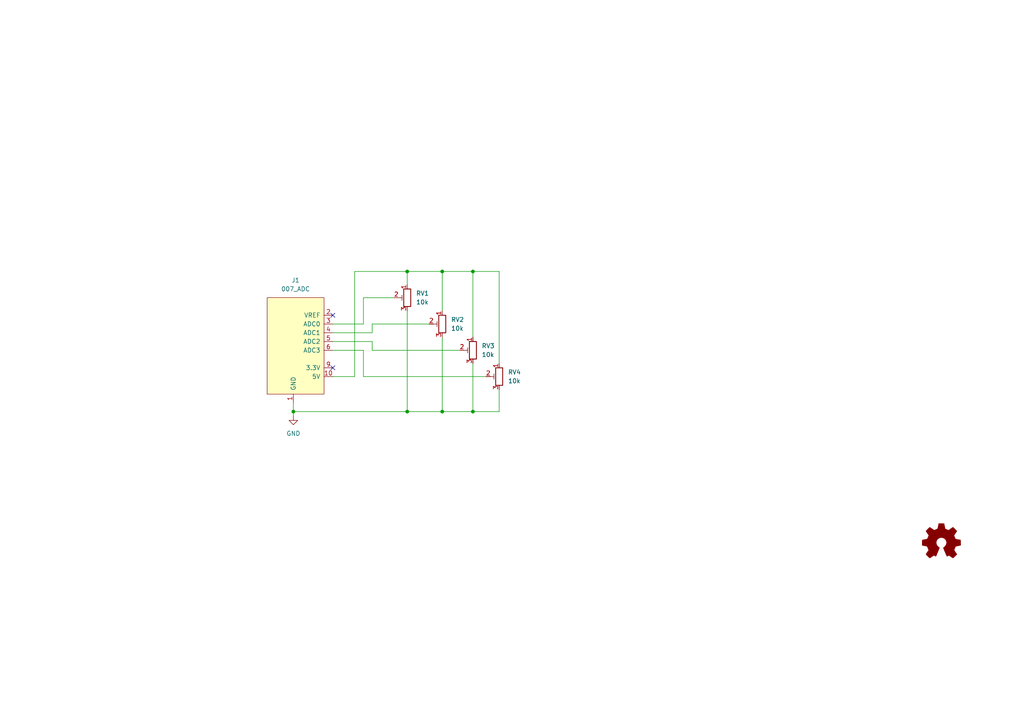
<source format=kicad_sch>
(kicad_sch (version 20230121) (generator eeschema)

  (uuid 57732dd3-1162-4c3f-88bd-31bf473d124d)

  (paper "A4")

  (lib_symbols
    (symbol "Device:R_Potentiometer_Trim" (pin_names (offset 1.016) hide) (in_bom yes) (on_board yes)
      (property "Reference" "RV" (at -4.445 0 90)
        (effects (font (size 1.27 1.27)))
      )
      (property "Value" "R_Potentiometer_Trim" (at -2.54 0 90)
        (effects (font (size 1.27 1.27)))
      )
      (property "Footprint" "" (at 0 0 0)
        (effects (font (size 1.27 1.27)) hide)
      )
      (property "Datasheet" "~" (at 0 0 0)
        (effects (font (size 1.27 1.27)) hide)
      )
      (property "ki_keywords" "resistor variable trimpot trimmer" (at 0 0 0)
        (effects (font (size 1.27 1.27)) hide)
      )
      (property "ki_description" "Trim-potentiometer" (at 0 0 0)
        (effects (font (size 1.27 1.27)) hide)
      )
      (property "ki_fp_filters" "Potentiometer*" (at 0 0 0)
        (effects (font (size 1.27 1.27)) hide)
      )
      (symbol "R_Potentiometer_Trim_0_1"
        (polyline
          (pts
            (xy 1.524 0.762)
            (xy 1.524 -0.762)
          )
          (stroke (width 0) (type default))
          (fill (type none))
        )
        (polyline
          (pts
            (xy 2.54 0)
            (xy 1.524 0)
          )
          (stroke (width 0) (type default))
          (fill (type none))
        )
        (rectangle (start 1.016 2.54) (end -1.016 -2.54)
          (stroke (width 0.254) (type default))
          (fill (type none))
        )
      )
      (symbol "R_Potentiometer_Trim_1_1"
        (pin passive line (at 0 3.81 270) (length 1.27)
          (name "1" (effects (font (size 1.27 1.27))))
          (number "1" (effects (font (size 1.27 1.27))))
        )
        (pin passive line (at 3.81 0 180) (length 1.27)
          (name "2" (effects (font (size 1.27 1.27))))
          (number "2" (effects (font (size 1.27 1.27))))
        )
        (pin passive line (at 0 -3.81 90) (length 1.27)
          (name "3" (effects (font (size 1.27 1.27))))
          (number "3" (effects (font (size 1.27 1.27))))
        )
      )
    )
    (symbol "Graphic:Logo_Open_Hardware_Small" (in_bom no) (on_board no)
      (property "Reference" "#SYM" (at 0 6.985 0)
        (effects (font (size 1.27 1.27)) hide)
      )
      (property "Value" "Logo_Open_Hardware_Small" (at 0 -5.715 0)
        (effects (font (size 1.27 1.27)) hide)
      )
      (property "Footprint" "" (at 0 0 0)
        (effects (font (size 1.27 1.27)) hide)
      )
      (property "Datasheet" "~" (at 0 0 0)
        (effects (font (size 1.27 1.27)) hide)
      )
      (property "Sim.Enable" "0" (at 0 0 0)
        (effects (font (size 1.27 1.27)) hide)
      )
      (property "ki_keywords" "Logo" (at 0 0 0)
        (effects (font (size 1.27 1.27)) hide)
      )
      (property "ki_description" "Open Hardware logo, small" (at 0 0 0)
        (effects (font (size 1.27 1.27)) hide)
      )
      (symbol "Logo_Open_Hardware_Small_0_1"
        (polyline
          (pts
            (xy 3.3528 -4.3434)
            (xy 3.302 -4.318)
            (xy 3.175 -4.2418)
            (xy 2.9972 -4.1148)
            (xy 2.7686 -3.9624)
            (xy 2.54 -3.81)
            (xy 2.3622 -3.7084)
            (xy 2.2352 -3.6068)
            (xy 2.1844 -3.5814)
            (xy 2.159 -3.6068)
            (xy 2.0574 -3.6576)
            (xy 1.905 -3.7338)
            (xy 1.8034 -3.7846)
            (xy 1.6764 -3.8354)
            (xy 1.6002 -3.8354)
            (xy 1.6002 -3.8354)
            (xy 1.5494 -3.7338)
            (xy 1.4732 -3.5306)
            (xy 1.3462 -3.302)
            (xy 1.2446 -3.0226)
            (xy 1.1176 -2.7178)
            (xy 0.9652 -2.413)
            (xy 0.8636 -2.1082)
            (xy 0.7366 -1.8288)
            (xy 0.6604 -1.6256)
            (xy 0.6096 -1.4732)
            (xy 0.5842 -1.397)
            (xy 0.5842 -1.397)
            (xy 0.6604 -1.3208)
            (xy 0.7874 -1.2446)
            (xy 1.0414 -1.016)
            (xy 1.2954 -0.6858)
            (xy 1.4478 -0.3302)
            (xy 1.524 0.0762)
            (xy 1.4732 0.4572)
            (xy 1.3208 0.8128)
            (xy 1.0668 1.143)
            (xy 0.762 1.3716)
            (xy 0.4064 1.524)
            (xy 0 1.5748)
            (xy -0.381 1.5494)
            (xy -0.7366 1.397)
            (xy -1.0668 1.143)
            (xy -1.2192 0.9906)
            (xy -1.397 0.6604)
            (xy -1.524 0.3048)
            (xy -1.524 0.2286)
            (xy -1.4986 -0.1778)
            (xy -1.397 -0.5334)
            (xy -1.1938 -0.8636)
            (xy -0.9144 -1.143)
            (xy -0.8636 -1.1684)
            (xy -0.7366 -1.27)
            (xy -0.635 -1.3462)
            (xy -0.5842 -1.397)
            (xy -1.0668 -2.5908)
            (xy -1.143 -2.794)
            (xy -1.2954 -3.1242)
            (xy -1.397 -3.4036)
            (xy -1.4986 -3.6322)
            (xy -1.5748 -3.7846)
            (xy -1.6002 -3.8354)
            (xy -1.6002 -3.8354)
            (xy -1.651 -3.8354)
            (xy -1.7272 -3.81)
            (xy -1.905 -3.7338)
            (xy -2.0066 -3.683)
            (xy -2.1336 -3.6068)
            (xy -2.2098 -3.5814)
            (xy -2.2606 -3.6068)
            (xy -2.3622 -3.683)
            (xy -2.54 -3.81)
            (xy -2.7686 -3.9624)
            (xy -2.9718 -4.0894)
            (xy -3.1496 -4.2164)
            (xy -3.302 -4.318)
            (xy -3.3528 -4.3434)
            (xy -3.3782 -4.3434)
            (xy -3.429 -4.318)
            (xy -3.5306 -4.2164)
            (xy -3.7084 -4.064)
            (xy -3.937 -3.8354)
            (xy -3.9624 -3.81)
            (xy -4.1656 -3.6068)
            (xy -4.318 -3.4544)
            (xy -4.4196 -3.3274)
            (xy -4.445 -3.2766)
            (xy -4.445 -3.2766)
            (xy -4.4196 -3.2258)
            (xy -4.318 -3.0734)
            (xy -4.2164 -2.8956)
            (xy -4.064 -2.667)
            (xy -3.6576 -2.0828)
            (xy -3.8862 -1.5494)
            (xy -3.937 -1.3716)
            (xy -4.0386 -1.1684)
            (xy -4.0894 -1.0414)
            (xy -4.1148 -0.9652)
            (xy -4.191 -0.9398)
            (xy -4.318 -0.9144)
            (xy -4.5466 -0.8636)
            (xy -4.8006 -0.8128)
            (xy -5.0546 -0.7874)
            (xy -5.2578 -0.7366)
            (xy -5.4356 -0.7112)
            (xy -5.5118 -0.6858)
            (xy -5.5118 -0.6858)
            (xy -5.5372 -0.635)
            (xy -5.5372 -0.5588)
            (xy -5.5372 -0.4318)
            (xy -5.5626 -0.2286)
            (xy -5.5626 0.0762)
            (xy -5.5626 0.127)
            (xy -5.5372 0.4064)
            (xy -5.5372 0.635)
            (xy -5.5372 0.762)
            (xy -5.5372 0.8382)
            (xy -5.5372 0.8382)
            (xy -5.461 0.8382)
            (xy -5.3086 0.889)
            (xy -5.08 0.9144)
            (xy -4.826 0.9652)
            (xy -4.8006 0.9906)
            (xy -4.5466 1.0414)
            (xy -4.318 1.0668)
            (xy -4.1656 1.1176)
            (xy -4.0894 1.143)
            (xy -4.0894 1.143)
            (xy -4.0386 1.2446)
            (xy -3.9624 1.4224)
            (xy -3.8608 1.6256)
            (xy -3.7846 1.8288)
            (xy -3.7084 2.0066)
            (xy -3.6576 2.159)
            (xy -3.6322 2.2098)
            (xy -3.6322 2.2098)
            (xy -3.683 2.286)
            (xy -3.7592 2.413)
            (xy -3.8862 2.5908)
            (xy -4.064 2.8194)
            (xy -4.064 2.8448)
            (xy -4.2164 3.0734)
            (xy -4.3434 3.2512)
            (xy -4.4196 3.3782)
            (xy -4.445 3.4544)
            (xy -4.445 3.4544)
            (xy -4.3942 3.5052)
            (xy -4.2926 3.6322)
            (xy -4.1148 3.81)
            (xy -3.937 4.0132)
            (xy -3.8608 4.064)
            (xy -3.6576 4.2926)
            (xy -3.5052 4.4196)
            (xy -3.4036 4.4958)
            (xy -3.3528 4.5212)
            (xy -3.3528 4.5212)
            (xy -3.302 4.4704)
            (xy -3.1496 4.3688)
            (xy -2.9718 4.2418)
            (xy -2.7432 4.0894)
            (xy -2.7178 4.0894)
            (xy -2.4892 3.937)
            (xy -2.3114 3.81)
            (xy -2.1844 3.7084)
            (xy -2.1336 3.683)
            (xy -2.1082 3.683)
            (xy -2.032 3.7084)
            (xy -1.8542 3.7592)
            (xy -1.6764 3.8354)
            (xy -1.4732 3.937)
            (xy -1.27 4.0132)
            (xy -1.143 4.064)
            (xy -1.0668 4.1148)
            (xy -1.0668 4.1148)
            (xy -1.0414 4.191)
            (xy -1.016 4.3434)
            (xy -0.9652 4.572)
            (xy -0.9144 4.8514)
            (xy -0.889 4.9022)
            (xy -0.8382 5.1562)
            (xy -0.8128 5.3848)
            (xy -0.7874 5.5372)
            (xy -0.762 5.588)
            (xy -0.7112 5.6134)
            (xy -0.5842 5.6134)
            (xy -0.4064 5.6134)
            (xy -0.1524 5.6134)
            (xy 0.0762 5.6134)
            (xy 0.3302 5.6134)
            (xy 0.5334 5.6134)
            (xy 0.6858 5.588)
            (xy 0.7366 5.588)
            (xy 0.7366 5.588)
            (xy 0.762 5.5118)
            (xy 0.8128 5.334)
            (xy 0.8382 5.1054)
            (xy 0.9144 4.826)
            (xy 0.9144 4.7752)
            (xy 0.9652 4.5212)
            (xy 1.016 4.2926)
            (xy 1.0414 4.1402)
            (xy 1.0668 4.0894)
            (xy 1.0668 4.0894)
            (xy 1.1938 4.0386)
            (xy 1.3716 3.9624)
            (xy 1.5748 3.8608)
            (xy 2.0828 3.6576)
            (xy 2.7178 4.0894)
            (xy 2.7686 4.1402)
            (xy 2.9972 4.2926)
            (xy 3.175 4.4196)
            (xy 3.302 4.4958)
            (xy 3.3782 4.5212)
            (xy 3.3782 4.5212)
            (xy 3.429 4.4704)
            (xy 3.556 4.3434)
            (xy 3.7338 4.191)
            (xy 3.9116 3.9878)
            (xy 4.064 3.8354)
            (xy 4.2418 3.6576)
            (xy 4.3434 3.556)
            (xy 4.4196 3.4798)
            (xy 4.4196 3.429)
            (xy 4.4196 3.4036)
            (xy 4.3942 3.3274)
            (xy 4.2926 3.2004)
            (xy 4.1656 2.9972)
            (xy 4.0132 2.794)
            (xy 3.8862 2.5908)
            (xy 3.7592 2.3876)
            (xy 3.6576 2.2352)
            (xy 3.6322 2.159)
            (xy 3.6322 2.1336)
            (xy 3.683 2.0066)
            (xy 3.7592 1.8288)
            (xy 3.8608 1.6002)
            (xy 4.064 1.1176)
            (xy 4.3942 1.0414)
            (xy 4.5974 1.016)
            (xy 4.8768 0.9652)
            (xy 5.1308 0.9144)
            (xy 5.5372 0.8382)
            (xy 5.5626 -0.6604)
            (xy 5.4864 -0.6858)
            (xy 5.4356 -0.6858)
            (xy 5.2832 -0.7366)
            (xy 5.0546 -0.762)
            (xy 4.8006 -0.8128)
            (xy 4.5974 -0.8636)
            (xy 4.3688 -0.9144)
            (xy 4.2164 -0.9398)
            (xy 4.1402 -0.9398)
            (xy 4.1148 -0.9652)
            (xy 4.064 -1.0668)
            (xy 3.9878 -1.2446)
            (xy 3.9116 -1.4478)
            (xy 3.81 -1.651)
            (xy 3.7338 -1.8542)
            (xy 3.683 -2.0066)
            (xy 3.6576 -2.0828)
            (xy 3.683 -2.1336)
            (xy 3.7846 -2.2606)
            (xy 3.8862 -2.4638)
            (xy 4.0386 -2.667)
            (xy 4.191 -2.8956)
            (xy 4.318 -3.0734)
            (xy 4.3942 -3.2004)
            (xy 4.445 -3.2766)
            (xy 4.4196 -3.3274)
            (xy 4.3434 -3.429)
            (xy 4.1656 -3.5814)
            (xy 3.937 -3.8354)
            (xy 3.8862 -3.8608)
            (xy 3.683 -4.064)
            (xy 3.5306 -4.2164)
            (xy 3.4036 -4.318)
            (xy 3.3528 -4.3434)
          )
          (stroke (width 0) (type default))
          (fill (type outline))
        )
      )
    )
    (symbol "power:GND" (power) (pin_names (offset 0)) (in_bom yes) (on_board yes)
      (property "Reference" "#PWR" (at 0 -6.35 0)
        (effects (font (size 1.27 1.27)) hide)
      )
      (property "Value" "GND" (at 0 -3.81 0)
        (effects (font (size 1.27 1.27)))
      )
      (property "Footprint" "" (at 0 0 0)
        (effects (font (size 1.27 1.27)) hide)
      )
      (property "Datasheet" "" (at 0 0 0)
        (effects (font (size 1.27 1.27)) hide)
      )
      (property "ki_keywords" "global power" (at 0 0 0)
        (effects (font (size 1.27 1.27)) hide)
      )
      (property "ki_description" "Power symbol creates a global label with name \"GND\" , ground" (at 0 0 0)
        (effects (font (size 1.27 1.27)) hide)
      )
      (symbol "GND_0_1"
        (polyline
          (pts
            (xy 0 0)
            (xy 0 -1.27)
            (xy 1.27 -1.27)
            (xy 0 -2.54)
            (xy -1.27 -1.27)
            (xy 0 -1.27)
          )
          (stroke (width 0) (type default))
          (fill (type none))
        )
      )
      (symbol "GND_1_1"
        (pin power_in line (at 0 0 270) (length 0) hide
          (name "GND" (effects (font (size 1.27 1.27))))
          (number "1" (effects (font (size 1.27 1.27))))
        )
      )
    )
    (symbol "put_on_edge:007_ADC" (pin_names (offset 1.016)) (in_bom yes) (on_board yes)
      (property "Reference" "J" (at -2.54 13.97 0)
        (effects (font (size 1.27 1.27)))
      )
      (property "Value" "007_ADC" (at 8.89 13.97 0)
        (effects (font (size 1.27 1.27)))
      )
      (property "Footprint" "" (at 7.62 16.51 0)
        (effects (font (size 1.27 1.27)) hide)
      )
      (property "Datasheet" "" (at 7.62 16.51 0)
        (effects (font (size 1.27 1.27)) hide)
      )
      (symbol "007_ADC_0_1"
        (rectangle (start -8.89 12.7) (end 7.62 -15.24)
          (stroke (width 0) (type default))
          (fill (type background))
        )
      )
      (symbol "007_ADC_1_1"
        (pin power_in line (at 0 -17.78 90) (length 2.54)
          (name "GND" (effects (font (size 1.27 1.27))))
          (number "1" (effects (font (size 1.27 1.27))))
        )
        (pin bidirectional line (at -11.43 -10.16 0) (length 2.54)
          (name "5V" (effects (font (size 1.27 1.27))))
          (number "10" (effects (font (size 1.27 1.27))))
        )
        (pin bidirectional line (at -11.43 7.62 0) (length 2.54)
          (name "VREF" (effects (font (size 1.27 1.27))))
          (number "2" (effects (font (size 1.27 1.27))))
        )
        (pin power_in line (at -11.43 5.08 0) (length 2.54)
          (name "ADC0" (effects (font (size 1.27 1.27))))
          (number "3" (effects (font (size 1.27 1.27))))
        )
        (pin bidirectional line (at -11.43 2.54 0) (length 2.54)
          (name "ADC1" (effects (font (size 1.27 1.27))))
          (number "4" (effects (font (size 1.27 1.27))))
        )
        (pin bidirectional line (at -11.43 0 0) (length 2.54)
          (name "ADC2" (effects (font (size 1.27 1.27))))
          (number "5" (effects (font (size 1.27 1.27))))
        )
        (pin bidirectional line (at -11.43 -2.54 0) (length 2.54)
          (name "ADC3" (effects (font (size 1.27 1.27))))
          (number "6" (effects (font (size 1.27 1.27))))
        )
        (pin bidirectional line (at -11.43 -7.62 0) (length 2.54)
          (name "3.3V" (effects (font (size 1.27 1.27))))
          (number "9" (effects (font (size 1.27 1.27))))
        )
      )
    )
  )

  (junction (at 137.16 119.38) (diameter 0) (color 0 0 0 0)
    (uuid 2899c83b-245d-407c-8e71-2bf5d748fc0c)
  )
  (junction (at 137.16 78.74) (diameter 0) (color 0 0 0 0)
    (uuid 3a3ceea7-2171-4d05-b850-9c3e6a088f40)
  )
  (junction (at 118.11 119.38) (diameter 0) (color 0 0 0 0)
    (uuid 8def76b3-12b0-4280-a398-1ddc3e065c67)
  )
  (junction (at 128.27 119.38) (diameter 0) (color 0 0 0 0)
    (uuid a316e536-2170-45a9-964c-4a9be880c28e)
  )
  (junction (at 128.27 78.74) (diameter 0) (color 0 0 0 0)
    (uuid b862652c-1d6f-48f0-9cac-9f056667e87f)
  )
  (junction (at 85.09 119.38) (diameter 0) (color 0 0 0 0)
    (uuid e6ca484c-43dd-439a-bd59-733f7cd3b44c)
  )
  (junction (at 118.11 78.74) (diameter 0) (color 0 0 0 0)
    (uuid f302b2c6-4b32-4366-8b67-a8f09741a636)
  )

  (no_connect (at 96.52 91.44) (uuid 62941bbb-509b-4b46-ae19-70aff81a3db6))
  (no_connect (at 96.52 106.68) (uuid cfd6ebfc-6a8c-447f-8ea5-c02318eb0364))

  (wire (pts (xy 107.95 96.52) (xy 107.95 93.98))
    (stroke (width 0) (type default))
    (uuid 0404c352-f86a-4420-8997-43ca81b69960)
  )
  (wire (pts (xy 96.52 96.52) (xy 107.95 96.52))
    (stroke (width 0) (type default))
    (uuid 10ebccf4-35d2-4bac-b86b-8b426e5b1d02)
  )
  (wire (pts (xy 137.16 78.74) (xy 144.78 78.74))
    (stroke (width 0) (type default))
    (uuid 14f66855-1775-4e7a-b5ca-7211a539b44d)
  )
  (wire (pts (xy 128.27 78.74) (xy 128.27 90.17))
    (stroke (width 0) (type default))
    (uuid 21644785-fd20-41e3-bc31-9653260a0f69)
  )
  (wire (pts (xy 144.78 119.38) (xy 144.78 113.03))
    (stroke (width 0) (type default))
    (uuid 43659b37-ce80-41b8-b017-b67e76d93238)
  )
  (wire (pts (xy 137.16 105.41) (xy 137.16 119.38))
    (stroke (width 0) (type default))
    (uuid 4810fb53-0517-4720-bd91-0938e0a86068)
  )
  (wire (pts (xy 118.11 119.38) (xy 128.27 119.38))
    (stroke (width 0) (type default))
    (uuid 4b839543-0d23-429c-bdd2-055ead3047d6)
  )
  (wire (pts (xy 85.09 119.38) (xy 118.11 119.38))
    (stroke (width 0) (type default))
    (uuid 4ff00022-5bfa-4ed8-81ed-df773a16ead1)
  )
  (wire (pts (xy 105.41 109.22) (xy 140.97 109.22))
    (stroke (width 0) (type default))
    (uuid 52bfdfdb-bd42-4c0c-af7d-4d284805370c)
  )
  (wire (pts (xy 105.41 101.6) (xy 105.41 109.22))
    (stroke (width 0) (type default))
    (uuid 58a19c76-64d1-400c-abb9-261911fd6f1f)
  )
  (wire (pts (xy 105.41 86.36) (xy 114.3 86.36))
    (stroke (width 0) (type default))
    (uuid 5c129c1f-2fb9-46ba-8805-95b8f29fd989)
  )
  (wire (pts (xy 96.52 93.98) (xy 105.41 93.98))
    (stroke (width 0) (type default))
    (uuid 604265a9-0044-4f71-8a56-41c3d16350cb)
  )
  (wire (pts (xy 105.41 93.98) (xy 105.41 86.36))
    (stroke (width 0) (type default))
    (uuid 615fd4a6-b5ec-401d-beb4-48d2c67fc7e3)
  )
  (wire (pts (xy 102.87 78.74) (xy 102.87 109.22))
    (stroke (width 0) (type default))
    (uuid 6435e71b-4cd2-43a1-8b78-01a42ac0533b)
  )
  (wire (pts (xy 96.52 99.06) (xy 107.95 99.06))
    (stroke (width 0) (type default))
    (uuid 7009937b-5aa6-4ca9-8295-ebe0c0c9eb62)
  )
  (wire (pts (xy 137.16 119.38) (xy 144.78 119.38))
    (stroke (width 0) (type default))
    (uuid 78d9d043-fac2-4b09-be38-748d258f9d24)
  )
  (wire (pts (xy 118.11 78.74) (xy 118.11 82.55))
    (stroke (width 0) (type default))
    (uuid 7e4ce88a-a871-4e8e-bbee-6186ce34b1ab)
  )
  (wire (pts (xy 96.52 101.6) (xy 105.41 101.6))
    (stroke (width 0) (type default))
    (uuid 8cca63d1-6648-40ff-8fbd-ab05a4c4cb76)
  )
  (wire (pts (xy 137.16 78.74) (xy 137.16 97.79))
    (stroke (width 0) (type default))
    (uuid 8f42cd58-dd04-4521-99b9-18c589fb0f57)
  )
  (wire (pts (xy 128.27 78.74) (xy 137.16 78.74))
    (stroke (width 0) (type default))
    (uuid 9dc60888-f80f-4161-a350-3ea4fa8382fc)
  )
  (wire (pts (xy 118.11 78.74) (xy 128.27 78.74))
    (stroke (width 0) (type default))
    (uuid a0f4795f-de89-4cd1-b924-008dd3a93187)
  )
  (wire (pts (xy 107.95 93.98) (xy 124.46 93.98))
    (stroke (width 0) (type default))
    (uuid a351edaf-d85b-42be-9b1f-b83739198f34)
  )
  (wire (pts (xy 96.52 109.22) (xy 102.87 109.22))
    (stroke (width 0) (type default))
    (uuid ade446f5-3a5e-4c50-a013-4e62a6c108ce)
  )
  (wire (pts (xy 107.95 99.06) (xy 107.95 101.6))
    (stroke (width 0) (type default))
    (uuid b5183aa5-0fd1-4fd4-94c9-04d7940b5a27)
  )
  (wire (pts (xy 85.09 119.38) (xy 85.09 120.65))
    (stroke (width 0) (type default))
    (uuid b7bf746c-6d0f-495f-80d3-0d4f62ed365d)
  )
  (wire (pts (xy 107.95 101.6) (xy 133.35 101.6))
    (stroke (width 0) (type default))
    (uuid be640a2d-eb7a-4732-adae-b9a2b519b0a1)
  )
  (wire (pts (xy 102.87 78.74) (xy 118.11 78.74))
    (stroke (width 0) (type default))
    (uuid d0050599-8a00-4a72-a997-7ae5a884c405)
  )
  (wire (pts (xy 85.09 116.84) (xy 85.09 119.38))
    (stroke (width 0) (type default))
    (uuid d89e8688-f023-4b6c-9958-92676606583d)
  )
  (wire (pts (xy 144.78 78.74) (xy 144.78 105.41))
    (stroke (width 0) (type default))
    (uuid e49e2bcb-2c71-4511-95d0-d958009f0d4e)
  )
  (wire (pts (xy 128.27 119.38) (xy 137.16 119.38))
    (stroke (width 0) (type default))
    (uuid f39cde5f-a3d8-4318-8a97-f3e58a86b070)
  )
  (wire (pts (xy 128.27 97.79) (xy 128.27 119.38))
    (stroke (width 0) (type default))
    (uuid fb4ca443-1217-4554-a98d-02d10aab7b50)
  )
  (wire (pts (xy 118.11 90.17) (xy 118.11 119.38))
    (stroke (width 0) (type default))
    (uuid ff87db7f-f08b-4996-9c40-547edb58a226)
  )

  (symbol (lib_id "Device:R_Potentiometer_Trim") (at 144.78 109.22 0) (mirror y) (unit 1)
    (in_bom yes) (on_board yes) (dnp no) (fields_autoplaced)
    (uuid 80c7ea27-debb-4f83-b06f-d384021be101)
    (property "Reference" "RV4" (at 147.32 107.95 0)
      (effects (font (size 1.27 1.27)) (justify right))
    )
    (property "Value" "10k" (at 147.32 110.49 0)
      (effects (font (size 1.27 1.27)) (justify right))
    )
    (property "Footprint" "Potentiometer_SMD:Potentiometer_Bourns_TC33X_Vertical" (at 144.78 109.22 0)
      (effects (font (size 1.27 1.27)) hide)
    )
    (property "Datasheet" "~" (at 144.78 109.22 0)
      (effects (font (size 1.27 1.27)) hide)
    )
    (property "lcsc" "C719176" (at 144.78 109.22 0)
      (effects (font (size 1.27 1.27)) hide)
    )
    (pin "1" (uuid 12277999-4c14-4883-b058-80eb8e1d374d))
    (pin "2" (uuid b833f5ee-bd2b-46b1-9187-0d44bfc77241))
    (pin "3" (uuid b0bccfca-f691-4f56-8585-5e15fef779de))
    (instances
      (project "board"
        (path "/57732dd3-1162-4c3f-88bd-31bf473d124d"
          (reference "RV4") (unit 1)
        )
      )
    )
  )

  (symbol (lib_id "put_on_edge:007_ADC") (at 85.09 99.06 0) (mirror y) (unit 1)
    (in_bom yes) (on_board yes) (dnp no) (fields_autoplaced)
    (uuid a304aff1-a46d-4519-b2aa-4e404f3adde3)
    (property "Reference" "J1" (at 85.725 81.28 0)
      (effects (font (size 1.27 1.27)))
    )
    (property "Value" "007_ADC" (at 85.725 83.82 0)
      (effects (font (size 1.27 1.27)))
    )
    (property "Footprint" "on_edge:on_edge_2x05_device" (at 77.47 82.55 0)
      (effects (font (size 1.27 1.27)) hide)
    )
    (property "Datasheet" "" (at 77.47 82.55 0)
      (effects (font (size 1.27 1.27)) hide)
    )
    (pin "6" (uuid 85410d80-9201-4ba5-9e30-033067c9890f))
    (pin "1" (uuid ea36d0be-f999-43f8-9734-063f1a51cf77))
    (pin "9" (uuid 2da19be8-411f-491a-810d-cce204263043))
    (pin "3" (uuid 9f3b762a-39c2-49a2-bb3c-78dc67b65819))
    (pin "2" (uuid 4418bb03-ad87-4c6b-8bab-c848836bfde8))
    (pin "10" (uuid 3100a624-e8d0-48e9-9940-0aab0e3741eb))
    (pin "5" (uuid 0cdb9d2f-d883-4d47-91d0-d379472d764e))
    (pin "4" (uuid 7a8f0b96-cace-44f2-8dfc-81669bad87b9))
    (instances
      (project "board"
        (path "/57732dd3-1162-4c3f-88bd-31bf473d124d"
          (reference "J1") (unit 1)
        )
      )
    )
  )

  (symbol (lib_id "Device:R_Potentiometer_Trim") (at 118.11 86.36 0) (mirror y) (unit 1)
    (in_bom yes) (on_board yes) (dnp no) (fields_autoplaced)
    (uuid af1656ee-c95a-4bc1-a13f-c7020ebc025e)
    (property "Reference" "RV1" (at 120.65 85.09 0)
      (effects (font (size 1.27 1.27)) (justify right))
    )
    (property "Value" "10k" (at 120.65 87.63 0)
      (effects (font (size 1.27 1.27)) (justify right))
    )
    (property "Footprint" "Potentiometer_SMD:Potentiometer_Bourns_TC33X_Vertical" (at 118.11 86.36 0)
      (effects (font (size 1.27 1.27)) hide)
    )
    (property "Datasheet" "~" (at 118.11 86.36 0)
      (effects (font (size 1.27 1.27)) hide)
    )
    (property "lcsc" "C719176" (at 118.11 86.36 0)
      (effects (font (size 1.27 1.27)) hide)
    )
    (pin "1" (uuid 8206eca7-6427-4126-ba30-7ee4cdf3fcba))
    (pin "2" (uuid 557eb1b8-75af-441a-bfeb-176b0ebb7a94))
    (pin "3" (uuid de400aa0-74ed-4492-a38f-3840b1505e0e))
    (instances
      (project "board"
        (path "/57732dd3-1162-4c3f-88bd-31bf473d124d"
          (reference "RV1") (unit 1)
        )
      )
    )
  )

  (symbol (lib_id "Graphic:Logo_Open_Hardware_Small") (at 273.05 157.48 0) (unit 1)
    (in_bom yes) (on_board yes) (dnp no) (fields_autoplaced)
    (uuid b72b6f4a-7489-40f2-bb90-d75ae01aa368)
    (property "Reference" "LOGO1" (at 273.05 150.495 0)
      (effects (font (size 1.27 1.27)) hide)
    )
    (property "Value" "Logo_Open_Hardware_Small" (at 273.05 163.195 0)
      (effects (font (size 1.27 1.27)) hide)
    )
    (property "Footprint" "Symbol:OSHW-Symbol_6.7x6mm_SilkScreen" (at 273.05 157.48 0)
      (effects (font (size 1.27 1.27)) hide)
    )
    (property "Datasheet" "~" (at 273.05 157.48 0)
      (effects (font (size 1.27 1.27)) hide)
    )
    (property "Sim.Enable" "0" (at 273.05 157.48 0)
      (effects (font (size 1.27 1.27)) hide)
    )
    (instances
      (project "board"
        (path "/57732dd3-1162-4c3f-88bd-31bf473d124d"
          (reference "LOGO1") (unit 1)
        )
      )
    )
  )

  (symbol (lib_id "power:GND") (at 85.09 120.65 0) (unit 1)
    (in_bom yes) (on_board yes) (dnp no) (fields_autoplaced)
    (uuid c2409253-2253-43f8-a5ba-9ff3575d8a65)
    (property "Reference" "#PWR01" (at 85.09 127 0)
      (effects (font (size 1.27 1.27)) hide)
    )
    (property "Value" "GND" (at 85.09 125.73 0)
      (effects (font (size 1.27 1.27)))
    )
    (property "Footprint" "" (at 85.09 120.65 0)
      (effects (font (size 1.27 1.27)) hide)
    )
    (property "Datasheet" "" (at 85.09 120.65 0)
      (effects (font (size 1.27 1.27)) hide)
    )
    (pin "1" (uuid 71181ad4-692f-4c14-9f69-e6feefc96031))
    (instances
      (project "board"
        (path "/57732dd3-1162-4c3f-88bd-31bf473d124d"
          (reference "#PWR01") (unit 1)
        )
      )
    )
  )

  (symbol (lib_id "Device:R_Potentiometer_Trim") (at 137.16 101.6 0) (mirror y) (unit 1)
    (in_bom yes) (on_board yes) (dnp no) (fields_autoplaced)
    (uuid d17c4b3c-f88d-43dc-8b0b-1477cb659bc5)
    (property "Reference" "RV3" (at 139.7 100.33 0)
      (effects (font (size 1.27 1.27)) (justify right))
    )
    (property "Value" "10k" (at 139.7 102.87 0)
      (effects (font (size 1.27 1.27)) (justify right))
    )
    (property "Footprint" "Potentiometer_SMD:Potentiometer_Bourns_TC33X_Vertical" (at 137.16 101.6 0)
      (effects (font (size 1.27 1.27)) hide)
    )
    (property "Datasheet" "~" (at 137.16 101.6 0)
      (effects (font (size 1.27 1.27)) hide)
    )
    (property "lcsc" "C719176" (at 137.16 101.6 0)
      (effects (font (size 1.27 1.27)) hide)
    )
    (pin "1" (uuid 5d156a7e-bf04-434b-91a8-fcfe01f0a575))
    (pin "2" (uuid 468cb979-fd33-4a76-b5fa-565e0ccaeb96))
    (pin "3" (uuid a95392f6-c8c0-4338-9296-03766ed0afa8))
    (instances
      (project "board"
        (path "/57732dd3-1162-4c3f-88bd-31bf473d124d"
          (reference "RV3") (unit 1)
        )
      )
    )
  )

  (symbol (lib_id "Device:R_Potentiometer_Trim") (at 128.27 93.98 0) (mirror y) (unit 1)
    (in_bom yes) (on_board yes) (dnp no) (fields_autoplaced)
    (uuid f4fd272a-372d-4e7f-8cfa-a6f5f49a1690)
    (property "Reference" "RV2" (at 130.81 92.71 0)
      (effects (font (size 1.27 1.27)) (justify right))
    )
    (property "Value" "10k" (at 130.81 95.25 0)
      (effects (font (size 1.27 1.27)) (justify right))
    )
    (property "Footprint" "Potentiometer_SMD:Potentiometer_Bourns_TC33X_Vertical" (at 128.27 93.98 0)
      (effects (font (size 1.27 1.27)) hide)
    )
    (property "Datasheet" "~" (at 128.27 93.98 0)
      (effects (font (size 1.27 1.27)) hide)
    )
    (property "lcsc" "C719176" (at 128.27 93.98 0)
      (effects (font (size 1.27 1.27)) hide)
    )
    (pin "1" (uuid 0eca7da5-0f6d-48af-b9be-8f9e6a7a1bb6))
    (pin "2" (uuid 923ca42c-92a1-46de-bd09-5e7d050eb414))
    (pin "3" (uuid e11be4c7-36ee-4090-a2c5-9583bc3fcee6))
    (instances
      (project "board"
        (path "/57732dd3-1162-4c3f-88bd-31bf473d124d"
          (reference "RV2") (unit 1)
        )
      )
    )
  )

  (sheet_instances
    (path "/" (page "1"))
  )
)

</source>
